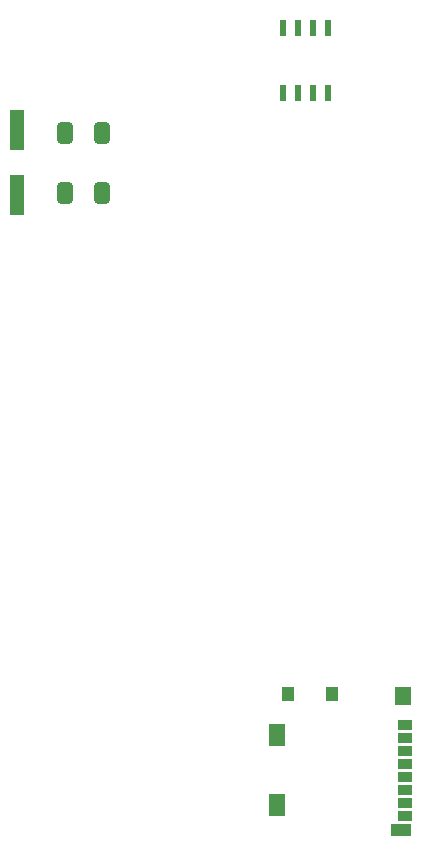
<source format=gbr>
%TF.GenerationSoftware,KiCad,Pcbnew,7.0.7*%
%TF.CreationDate,2024-11-29T17:50:20-06:00*%
%TF.ProjectId,DAQ Rev 2,44415120-5265-4762-9032-2e6b69636164,rev?*%
%TF.SameCoordinates,Original*%
%TF.FileFunction,Paste,Top*%
%TF.FilePolarity,Positive*%
%FSLAX46Y46*%
G04 Gerber Fmt 4.6, Leading zero omitted, Abs format (unit mm)*
G04 Created by KiCad (PCBNEW 7.0.7) date 2024-11-29 17:50:20*
%MOMM*%
%LPD*%
G01*
G04 APERTURE LIST*
G04 Aperture macros list*
%AMRoundRect*
0 Rectangle with rounded corners*
0 $1 Rounding radius*
0 $2 $3 $4 $5 $6 $7 $8 $9 X,Y pos of 4 corners*
0 Add a 4 corners polygon primitive as box body*
4,1,4,$2,$3,$4,$5,$6,$7,$8,$9,$2,$3,0*
0 Add four circle primitives for the rounded corners*
1,1,$1+$1,$2,$3*
1,1,$1+$1,$4,$5*
1,1,$1+$1,$6,$7*
1,1,$1+$1,$8,$9*
0 Add four rect primitives between the rounded corners*
20,1,$1+$1,$2,$3,$4,$5,0*
20,1,$1+$1,$4,$5,$6,$7,0*
20,1,$1+$1,$6,$7,$8,$9,0*
20,1,$1+$1,$8,$9,$2,$3,0*%
G04 Aperture macros list end*
%ADD10RoundRect,0.250000X0.412500X0.650000X-0.412500X0.650000X-0.412500X-0.650000X0.412500X-0.650000X0*%
%ADD11R,0.533400X1.460500*%
%ADD12R,1.143000X0.812800*%
%ADD13R,1.041400X1.244600*%
%ADD14R,1.397000X1.600200*%
%ADD15R,1.780600X1.030600*%
%ADD16R,1.397000X1.955800*%
%ADD17R,1.200000X3.500000*%
%ADD18RoundRect,0.250000X-0.412500X-0.650000X0.412500X-0.650000X0.412500X0.650000X-0.412500X0.650000X0*%
G04 APERTURE END LIST*
D10*
%TO.C,C7*%
X164122500Y-75692000D03*
X160997500Y-75692000D03*
%TD*%
D11*
%TO.C,U7*%
X183261000Y-61791850D03*
X181991000Y-61791850D03*
X180721000Y-61791850D03*
X179451000Y-61791850D03*
X179451000Y-67240150D03*
X180721000Y-67240150D03*
X181991000Y-67240150D03*
X183261000Y-67240150D03*
%TD*%
D12*
%TO.C,J2*%
X189792000Y-120745001D03*
X189792000Y-121845001D03*
X189792000Y-122945002D03*
X189792000Y-124045002D03*
X189792000Y-125145002D03*
X189792000Y-126245003D03*
X189792000Y-127345000D03*
X189792000Y-128445001D03*
D13*
X183642000Y-118110000D03*
X179942000Y-118110000D03*
D14*
X189666999Y-118285001D03*
D15*
X189478800Y-129699301D03*
D16*
X178967000Y-127579991D03*
X178967000Y-121609990D03*
%TD*%
D17*
%TO.C,Y2*%
X156972000Y-70402000D03*
X156972000Y-75902000D03*
%TD*%
D18*
%TO.C,C5*%
X160997500Y-70612000D03*
X164122500Y-70612000D03*
%TD*%
M02*

</source>
